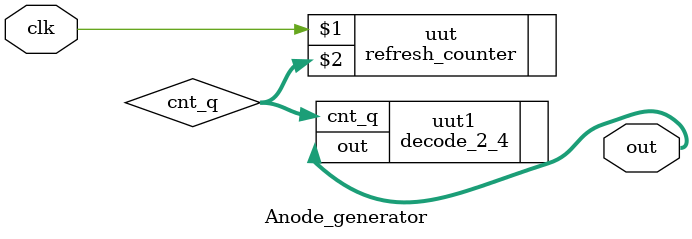
<source format=v>
`timescale 1ns / 1ps


module Anode_generator(
input clk,
output [3:0] out
);

wire [1:0] cnt_q;// = 2'b00;

refresh_counter uut(clk, cnt_q);

decode_2_4 uut1(.cnt_q(cnt_q),.out(out));


endmodule

</source>
